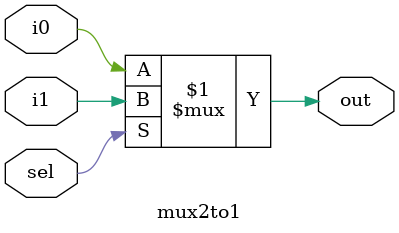
<source format=sv>
`timescale 1ns / 1ps


module mux2to1(input logic i1,i0,sel, output logic out);
    //i0 least
    assign out = sel ? i1 : i0;
endmodule

</source>
